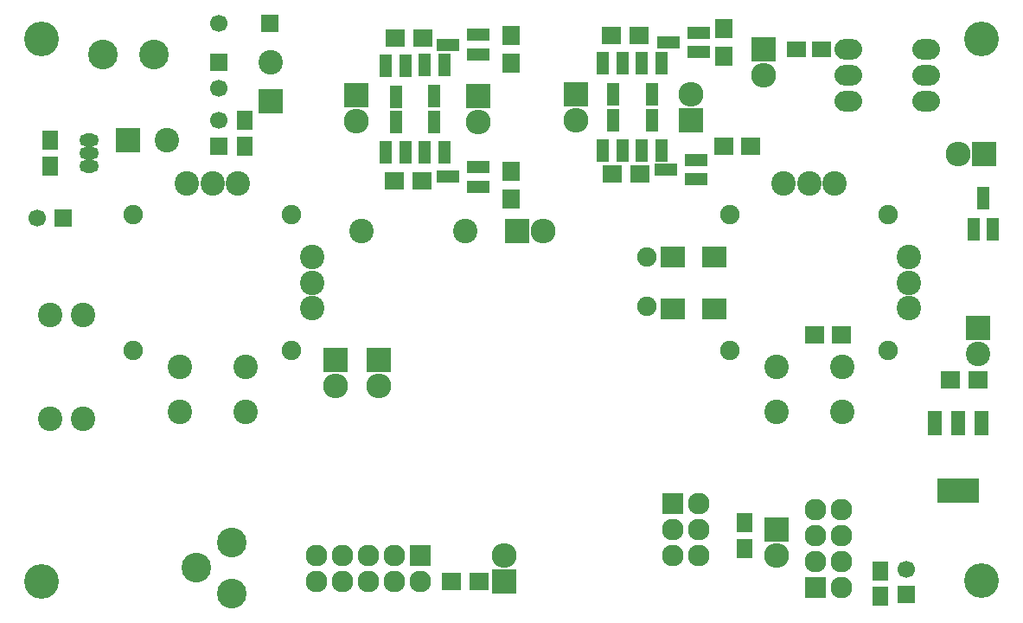
<source format=gbs>
G04 #@! TF.GenerationSoftware,KiCad,Pcbnew,(2017-03-02 revision 906ee77db)-makepkg*
G04 #@! TF.CreationDate,2017-03-05T17:57:52+01:00*
G04 #@! TF.ProjectId,FTController,4654436F6E74726F6C6C65722E6B6963,1.0*
G04 #@! TF.FileFunction,Soldermask,Bot*
G04 #@! TF.FilePolarity,Negative*
%FSLAX46Y46*%
G04 Gerber Fmt 4.6, Leading zero omitted, Abs format (unit mm)*
G04 Created by KiCad (PCBNEW (2017-03-02 revision 906ee77db)-makepkg) date 03/05/17 17:57:52*
%MOMM*%
%LPD*%
G01*
G04 APERTURE LIST*
%ADD10C,0.100000*%
%ADD11C,2.398980*%
%ADD12C,1.901140*%
%ADD13R,1.650000X1.900000*%
%ADD14R,2.400000X2.000000*%
%ADD15R,2.398980X2.398980*%
%ADD16C,2.400000*%
%ADD17R,2.400000X2.400000*%
%ADD18R,2.127200X2.127200*%
%ADD19O,2.127200X2.127200*%
%ADD20R,2.200860X1.200100*%
%ADD21R,1.200100X2.200860*%
%ADD22R,1.900000X1.650000*%
%ADD23O,2.700000X2.000000*%
%ADD24C,1.700000*%
%ADD25R,1.700000X1.700000*%
%ADD26O,2.432000X2.432000*%
%ADD27R,2.432000X2.432000*%
%ADD28O,1.901140X1.299160*%
%ADD29C,3.400000*%
%ADD30C,2.899360*%
%ADD31R,1.900000X1.700000*%
%ADD32R,1.700000X1.900000*%
%ADD33R,4.057600X2.432000*%
%ADD34R,1.416000X2.432000*%
%ADD35C,2.900000*%
G04 APERTURE END LIST*
D10*
D11*
X227406200Y-129489200D03*
X220903800Y-129489200D03*
X227406200Y-125089920D03*
X220903800Y-125089920D03*
D12*
X216405460Y-123489720D03*
X231904540Y-123489720D03*
X216405460Y-110190280D03*
X231904540Y-110190280D03*
D11*
X226654360Y-107088940D03*
X221655640Y-107088940D03*
X224155000Y-107088940D03*
X233906060Y-119339360D03*
X233906060Y-116840000D03*
X233906060Y-114340640D03*
D13*
X217805000Y-140335000D03*
X217805000Y-142835000D03*
X149860000Y-102910000D03*
X149860000Y-105410000D03*
D14*
X210820000Y-119380000D03*
X214820000Y-119380000D03*
X214820000Y-114300000D03*
X210820000Y-114300000D03*
D11*
X161290000Y-102870000D03*
D15*
X157480000Y-102870000D03*
D16*
X240665000Y-123825000D03*
D17*
X240665000Y-121285000D03*
D18*
X210820000Y-138430000D03*
D19*
X213360000Y-138430000D03*
X210820000Y-140970000D03*
X213360000Y-140970000D03*
X210820000Y-143510000D03*
X213360000Y-143510000D03*
D20*
X213079140Y-104841000D03*
X213079140Y-106741000D03*
X210076860Y-105791000D03*
D21*
X209673000Y-103944140D03*
X207773000Y-103944140D03*
X208723000Y-100941860D03*
X205863000Y-103944140D03*
X203963000Y-103944140D03*
X204913000Y-100941860D03*
X207773000Y-95399560D03*
X209673000Y-95399560D03*
X208723000Y-98401840D03*
X204913000Y-98401840D03*
X205863000Y-95399560D03*
X203963000Y-95399560D03*
D20*
X210357720Y-93321900D03*
X213360000Y-94271900D03*
X213360000Y-92371900D03*
X188729860Y-93551900D03*
X191732140Y-94501900D03*
X191732140Y-92601900D03*
D21*
X187452000Y-98552040D03*
X188402000Y-95549760D03*
X186502000Y-95549760D03*
X182700000Y-95629660D03*
X184600000Y-95629660D03*
X183650000Y-98631940D03*
X188402000Y-104094140D03*
X186502000Y-104094140D03*
X187452000Y-101091860D03*
X183650000Y-101091860D03*
X182700000Y-104094140D03*
X184600000Y-104094140D03*
D20*
X188729860Y-106483000D03*
X191732140Y-107433000D03*
X191732140Y-105533000D03*
D22*
X225385000Y-93980000D03*
X222885000Y-93980000D03*
D23*
X227965000Y-93980000D03*
X227965000Y-96520000D03*
X227965000Y-99060000D03*
X235585000Y-99060000D03*
X235585000Y-96520000D03*
X235585000Y-93980000D03*
D11*
X175486060Y-114340640D03*
X175486060Y-116840000D03*
X175486060Y-119339360D03*
X165735000Y-107088940D03*
X163235640Y-107088940D03*
X168234360Y-107088940D03*
D12*
X173484540Y-110190280D03*
X157985460Y-110190280D03*
X173484540Y-123489720D03*
X157985460Y-123489720D03*
D11*
X162483800Y-125089920D03*
X168986200Y-125089920D03*
X162483800Y-129489200D03*
X168986200Y-129489200D03*
D12*
X208280000Y-114300060D03*
X208280000Y-119181940D03*
D24*
X166370000Y-97790000D03*
D25*
X166370000Y-95290000D03*
D24*
X148590000Y-110490000D03*
D25*
X151090000Y-110490000D03*
D26*
X198120000Y-111760000D03*
D27*
X195580000Y-111760000D03*
X219710000Y-93980000D03*
D26*
X219710000Y-96520000D03*
D27*
X241300000Y-104267000D03*
D26*
X238760000Y-104267000D03*
D27*
X201295000Y-98425000D03*
D26*
X201295000Y-100965000D03*
X212533000Y-98425000D03*
D27*
X212533000Y-100965000D03*
D26*
X179773000Y-101068500D03*
D27*
X179773000Y-98528500D03*
X191770000Y-98552000D03*
D26*
X191770000Y-101092000D03*
D21*
X242123000Y-111587140D03*
X240223000Y-111587140D03*
X241173000Y-108584860D03*
D11*
X149860000Y-120015000D03*
X149860000Y-130175000D03*
X153035000Y-120015000D03*
X153035000Y-130175000D03*
X190500000Y-111760000D03*
X180340000Y-111760000D03*
D28*
X153670000Y-104140000D03*
X153670000Y-102870000D03*
X153670000Y-105410000D03*
D29*
X149000000Y-93000000D03*
X241000000Y-146000000D03*
X241000000Y-93000000D03*
X149000000Y-146050000D03*
D18*
X186055000Y-143510000D03*
D19*
X186055000Y-146050000D03*
X183515000Y-143510000D03*
X183515000Y-146050000D03*
X180975000Y-143510000D03*
X180975000Y-146050000D03*
X178435000Y-143510000D03*
X178435000Y-146050000D03*
X175895000Y-143510000D03*
X175895000Y-146050000D03*
D27*
X194310000Y-146050000D03*
D26*
X194310000Y-143510000D03*
D30*
X164139880Y-144739640D03*
X167640000Y-142240280D03*
X167640000Y-147239000D03*
D31*
X237965000Y-126365000D03*
X240665000Y-126365000D03*
X224630000Y-121920000D03*
X227330000Y-121920000D03*
X218440000Y-103505000D03*
X215740000Y-103505000D03*
X207553000Y-106225000D03*
X204853000Y-106225000D03*
X207513000Y-92686900D03*
X204813000Y-92686900D03*
D32*
X215820000Y-91995000D03*
X215820000Y-94695000D03*
X194945000Y-95330000D03*
X194945000Y-92630000D03*
D31*
X186290000Y-92916900D03*
X183590000Y-92916900D03*
X186250000Y-106887000D03*
X183550000Y-106887000D03*
D32*
X194945000Y-105965000D03*
X194945000Y-108665000D03*
D31*
X191850000Y-146050000D03*
X189150000Y-146050000D03*
D13*
X231140000Y-147554000D03*
X231140000Y-145054000D03*
D25*
X233640000Y-147360000D03*
D24*
X233640000Y-144860000D03*
D33*
X238760000Y-137160000D03*
D34*
X238760000Y-130556000D03*
X241046000Y-130556000D03*
X236474000Y-130556000D03*
D18*
X224790000Y-146685000D03*
D19*
X227330000Y-146685000D03*
X224790000Y-144145000D03*
X227330000Y-144145000D03*
X224790000Y-141605000D03*
X227330000Y-141605000D03*
X224790000Y-139065000D03*
X227330000Y-139065000D03*
D27*
X220980000Y-140970000D03*
D26*
X220980000Y-143510000D03*
D27*
X177726000Y-124426000D03*
D26*
X177726000Y-126966000D03*
X182018000Y-126966000D03*
D27*
X182018000Y-124426000D03*
D25*
X166370000Y-103465000D03*
D24*
X166370000Y-100965000D03*
D13*
X168910000Y-103485000D03*
X168910000Y-100985000D03*
D35*
X159980000Y-94488000D03*
X154980000Y-94488000D03*
D11*
X171450000Y-95250000D03*
D15*
X171450000Y-99060000D03*
D25*
X171370000Y-91440000D03*
D24*
X166370000Y-91440000D03*
M02*

</source>
